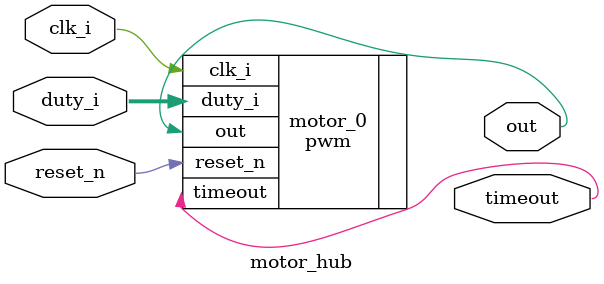
<source format=v>
`timescale 1ns / 1ps
module motor_hub(
		clk_i,
		reset_n,
		duty_i,
		out,
		timeout
    );
	 parameter RESOLUTION = 12;
	 
	 input clk_i;
	 input reset_n;
	 input [RESOLUTION-1:0] duty_i;
	 
	 output out;
	 output timeout;
	 
	pwm #(.RESOLUTION(RESOLUTION)) motor_0(
    .clk_i(clk_i), 
    .reset_n(reset_n), 
    .duty_i(duty_i), 
    .out(out),
	 .timeout(timeout)
    );

endmodule

</source>
